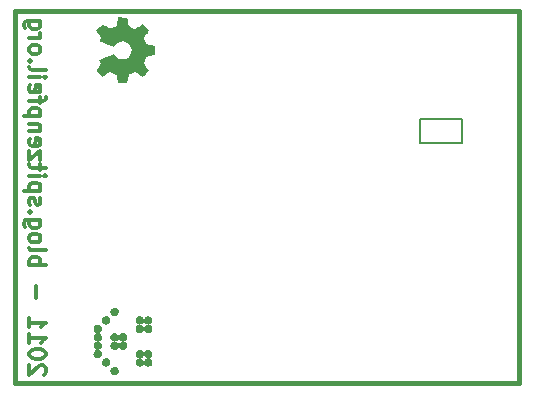
<source format=gbo>
G04 (created by PCBNEW-RS274X (2011-07-08)-stable) date Fri 07 Oct 2011 01:39:22 PM CEST*
G01*
G70*
G90*
%MOIN*%
G04 Gerber Fmt 3.4, Leading zero omitted, Abs format*
%FSLAX34Y34*%
G04 APERTURE LIST*
%ADD10C,0.006000*%
%ADD11C,0.015000*%
%ADD12C,0.012000*%
%ADD13C,0.000100*%
%ADD14C,0.008000*%
%ADD15R,0.055000X0.055000*%
%ADD16C,0.055000*%
%ADD17R,0.040000X0.040000*%
%ADD18C,0.060000*%
%ADD19R,0.062000X0.090000*%
%ADD20O,0.062000X0.090000*%
G04 APERTURE END LIST*
G54D10*
G54D11*
X58500Y-29800D02*
X41700Y-29800D01*
X41700Y-17400D02*
X58500Y-17400D01*
X58500Y-29800D02*
X58500Y-17400D01*
G54D12*
X42675Y-29506D02*
X42701Y-29480D01*
X42727Y-29428D01*
X42727Y-29297D01*
X42701Y-29244D01*
X42675Y-29218D01*
X42623Y-29192D01*
X42570Y-29192D01*
X42492Y-29218D01*
X42177Y-29532D01*
X42177Y-29192D01*
X42727Y-28851D02*
X42727Y-28799D01*
X42701Y-28747D01*
X42675Y-28720D01*
X42623Y-28694D01*
X42518Y-28668D01*
X42387Y-28668D01*
X42282Y-28694D01*
X42230Y-28720D01*
X42204Y-28747D01*
X42177Y-28799D01*
X42177Y-28851D01*
X42204Y-28904D01*
X42230Y-28930D01*
X42282Y-28956D01*
X42387Y-28982D01*
X42518Y-28982D01*
X42623Y-28956D01*
X42675Y-28930D01*
X42701Y-28904D01*
X42727Y-28851D01*
X42177Y-28144D02*
X42177Y-28458D01*
X42177Y-28301D02*
X42727Y-28301D01*
X42649Y-28353D01*
X42596Y-28406D01*
X42570Y-28458D01*
X42177Y-27620D02*
X42177Y-27934D01*
X42177Y-27777D02*
X42727Y-27777D01*
X42649Y-27829D01*
X42596Y-27882D01*
X42570Y-27934D01*
X42387Y-26965D02*
X42387Y-26546D01*
X42177Y-25865D02*
X42727Y-25865D01*
X42518Y-25865D02*
X42544Y-25813D01*
X42544Y-25708D01*
X42518Y-25656D01*
X42492Y-25629D01*
X42439Y-25603D01*
X42282Y-25603D01*
X42230Y-25629D01*
X42204Y-25656D01*
X42177Y-25708D01*
X42177Y-25813D01*
X42204Y-25865D01*
X42177Y-25288D02*
X42204Y-25341D01*
X42256Y-25367D01*
X42727Y-25367D01*
X42177Y-25000D02*
X42204Y-25053D01*
X42230Y-25079D01*
X42282Y-25105D01*
X42439Y-25105D01*
X42492Y-25079D01*
X42518Y-25053D01*
X42544Y-25000D01*
X42544Y-24922D01*
X42518Y-24870D01*
X42492Y-24843D01*
X42439Y-24817D01*
X42282Y-24817D01*
X42230Y-24843D01*
X42204Y-24870D01*
X42177Y-24922D01*
X42177Y-25000D01*
X42544Y-24345D02*
X42099Y-24345D01*
X42046Y-24372D01*
X42020Y-24398D01*
X41994Y-24450D01*
X41994Y-24529D01*
X42020Y-24581D01*
X42204Y-24345D02*
X42177Y-24398D01*
X42177Y-24502D01*
X42204Y-24555D01*
X42230Y-24581D01*
X42282Y-24607D01*
X42439Y-24607D01*
X42492Y-24581D01*
X42518Y-24555D01*
X42544Y-24502D01*
X42544Y-24398D01*
X42518Y-24345D01*
X42230Y-24083D02*
X42204Y-24057D01*
X42177Y-24083D01*
X42204Y-24109D01*
X42230Y-24083D01*
X42177Y-24083D01*
X42204Y-23847D02*
X42177Y-23795D01*
X42177Y-23690D01*
X42204Y-23638D01*
X42256Y-23612D01*
X42282Y-23612D01*
X42335Y-23638D01*
X42361Y-23690D01*
X42361Y-23769D01*
X42387Y-23821D01*
X42439Y-23847D01*
X42465Y-23847D01*
X42518Y-23821D01*
X42544Y-23769D01*
X42544Y-23690D01*
X42518Y-23638D01*
X42544Y-23376D02*
X41994Y-23376D01*
X42518Y-23376D02*
X42544Y-23324D01*
X42544Y-23219D01*
X42518Y-23167D01*
X42492Y-23140D01*
X42439Y-23114D01*
X42282Y-23114D01*
X42230Y-23140D01*
X42204Y-23167D01*
X42177Y-23219D01*
X42177Y-23324D01*
X42204Y-23376D01*
X42177Y-22878D02*
X42544Y-22878D01*
X42727Y-22878D02*
X42701Y-22904D01*
X42675Y-22878D01*
X42701Y-22852D01*
X42727Y-22878D01*
X42675Y-22878D01*
X42544Y-22695D02*
X42544Y-22485D01*
X42727Y-22616D02*
X42256Y-22616D01*
X42204Y-22590D01*
X42177Y-22537D01*
X42177Y-22485D01*
X42544Y-22354D02*
X42544Y-22066D01*
X42177Y-22354D01*
X42177Y-22066D01*
X42204Y-21648D02*
X42177Y-21700D01*
X42177Y-21805D01*
X42204Y-21857D01*
X42256Y-21883D01*
X42465Y-21883D01*
X42518Y-21857D01*
X42544Y-21805D01*
X42544Y-21700D01*
X42518Y-21648D01*
X42465Y-21621D01*
X42413Y-21621D01*
X42361Y-21883D01*
X42544Y-21386D02*
X42177Y-21386D01*
X42492Y-21386D02*
X42518Y-21360D01*
X42544Y-21307D01*
X42544Y-21229D01*
X42518Y-21177D01*
X42465Y-21150D01*
X42177Y-21150D01*
X42544Y-20888D02*
X41994Y-20888D01*
X42518Y-20888D02*
X42544Y-20836D01*
X42544Y-20731D01*
X42518Y-20679D01*
X42492Y-20652D01*
X42439Y-20626D01*
X42282Y-20626D01*
X42230Y-20652D01*
X42204Y-20679D01*
X42177Y-20731D01*
X42177Y-20836D01*
X42204Y-20888D01*
X42544Y-20469D02*
X42544Y-20259D01*
X42177Y-20390D02*
X42649Y-20390D01*
X42701Y-20364D01*
X42727Y-20311D01*
X42727Y-20259D01*
X42204Y-19867D02*
X42177Y-19919D01*
X42177Y-20024D01*
X42204Y-20076D01*
X42256Y-20102D01*
X42465Y-20102D01*
X42518Y-20076D01*
X42544Y-20024D01*
X42544Y-19919D01*
X42518Y-19867D01*
X42465Y-19840D01*
X42413Y-19840D01*
X42361Y-20102D01*
X42177Y-19605D02*
X42544Y-19605D01*
X42727Y-19605D02*
X42701Y-19631D01*
X42675Y-19605D01*
X42701Y-19579D01*
X42727Y-19605D01*
X42675Y-19605D01*
X42177Y-19264D02*
X42204Y-19317D01*
X42256Y-19343D01*
X42727Y-19343D01*
X42230Y-19055D02*
X42204Y-19029D01*
X42177Y-19055D01*
X42204Y-19081D01*
X42230Y-19055D01*
X42177Y-19055D01*
X42177Y-18714D02*
X42204Y-18767D01*
X42230Y-18793D01*
X42282Y-18819D01*
X42439Y-18819D01*
X42492Y-18793D01*
X42518Y-18767D01*
X42544Y-18714D01*
X42544Y-18636D01*
X42518Y-18584D01*
X42492Y-18557D01*
X42439Y-18531D01*
X42282Y-18531D01*
X42230Y-18557D01*
X42204Y-18584D01*
X42177Y-18636D01*
X42177Y-18714D01*
X42177Y-18295D02*
X42544Y-18295D01*
X42439Y-18295D02*
X42492Y-18269D01*
X42518Y-18243D01*
X42544Y-18190D01*
X42544Y-18138D01*
X42544Y-17719D02*
X42099Y-17719D01*
X42046Y-17746D01*
X42020Y-17772D01*
X41994Y-17824D01*
X41994Y-17903D01*
X42020Y-17955D01*
X42204Y-17719D02*
X42177Y-17772D01*
X42177Y-17876D01*
X42204Y-17929D01*
X42230Y-17955D01*
X42282Y-17981D01*
X42439Y-17981D01*
X42492Y-17955D01*
X42518Y-17929D01*
X42544Y-17876D01*
X42544Y-17772D01*
X42518Y-17719D01*
G54D11*
X41700Y-17400D02*
X41700Y-29800D01*
G54D13*
G36*
X44317Y-28824D02*
X44321Y-28852D01*
X44330Y-28879D01*
X44336Y-28890D01*
X44352Y-28914D01*
X44373Y-28933D01*
X44397Y-28947D01*
X44422Y-28957D01*
X44450Y-28961D01*
X44477Y-28960D01*
X44505Y-28953D01*
X44531Y-28941D01*
X44543Y-28933D01*
X44556Y-28921D01*
X44568Y-28908D01*
X44577Y-28896D01*
X44579Y-28892D01*
X44590Y-28868D01*
X44596Y-28843D01*
X44597Y-28815D01*
X44597Y-28806D01*
X44595Y-28790D01*
X44591Y-28776D01*
X44585Y-28762D01*
X44576Y-28746D01*
X44558Y-28723D01*
X44536Y-28704D01*
X44510Y-28690D01*
X44498Y-28686D01*
X44484Y-28683D01*
X44473Y-28681D01*
X44472Y-28681D01*
X44471Y-28680D01*
X44477Y-28679D01*
X44478Y-28679D01*
X44496Y-28675D01*
X44515Y-28668D01*
X44531Y-28660D01*
X44552Y-28644D01*
X44571Y-28623D01*
X44586Y-28598D01*
X44595Y-28570D01*
X44598Y-28541D01*
X44598Y-28533D01*
X44595Y-28511D01*
X44589Y-28490D01*
X44587Y-28485D01*
X44574Y-28462D01*
X44557Y-28441D01*
X44536Y-28423D01*
X44512Y-28410D01*
X44487Y-28403D01*
X44486Y-28402D01*
X44479Y-28401D01*
X44476Y-28400D01*
X44476Y-28400D01*
X44480Y-28399D01*
X44487Y-28397D01*
X44490Y-28397D01*
X44514Y-28389D01*
X44538Y-28375D01*
X44559Y-28357D01*
X44573Y-28340D01*
X44587Y-28316D01*
X44595Y-28289D01*
X44598Y-28259D01*
X44596Y-28238D01*
X44589Y-28210D01*
X44577Y-28185D01*
X44559Y-28162D01*
X44536Y-28144D01*
X44533Y-28142D01*
X44523Y-28135D01*
X44514Y-28131D01*
X44507Y-28129D01*
X44495Y-28125D01*
X44483Y-28122D01*
X44473Y-28120D01*
X44472Y-28120D01*
X44472Y-28120D01*
X44478Y-28119D01*
X44493Y-28115D01*
X44512Y-28108D01*
X44529Y-28100D01*
X44552Y-28083D01*
X44571Y-28062D01*
X44586Y-28037D01*
X44595Y-28009D01*
X44598Y-27980D01*
X44596Y-27954D01*
X44588Y-27926D01*
X44575Y-27901D01*
X44555Y-27879D01*
X44543Y-27868D01*
X44527Y-27857D01*
X44510Y-27849D01*
X44495Y-27844D01*
X44467Y-27839D01*
X44439Y-27840D01*
X44413Y-27846D01*
X44389Y-27857D01*
X44367Y-27872D01*
X44348Y-27891D01*
X44333Y-27914D01*
X44323Y-27940D01*
X44318Y-27968D01*
X44318Y-27971D01*
X44319Y-28000D01*
X44325Y-28026D01*
X44338Y-28052D01*
X44344Y-28061D01*
X44360Y-28080D01*
X44380Y-28096D01*
X44401Y-28108D01*
X44409Y-28111D01*
X44421Y-28115D01*
X44433Y-28118D01*
X44443Y-28119D01*
X44448Y-28119D01*
X44443Y-28120D01*
X44439Y-28121D01*
X44426Y-28123D01*
X44412Y-28127D01*
X44400Y-28132D01*
X44387Y-28138D01*
X44364Y-28156D01*
X44345Y-28177D01*
X44330Y-28202D01*
X44320Y-28230D01*
X44319Y-28235D01*
X44318Y-28254D01*
X44318Y-28274D01*
X44321Y-28293D01*
X44327Y-28311D01*
X44341Y-28338D01*
X44360Y-28361D01*
X44361Y-28362D01*
X44382Y-28378D01*
X44405Y-28390D01*
X44429Y-28398D01*
X44430Y-28398D01*
X44437Y-28399D01*
X44439Y-28400D01*
X44437Y-28401D01*
X44431Y-28402D01*
X44429Y-28402D01*
X44415Y-28406D01*
X44399Y-28412D01*
X44384Y-28420D01*
X44367Y-28433D01*
X44347Y-28454D01*
X44331Y-28479D01*
X44321Y-28507D01*
X44320Y-28512D01*
X44318Y-28531D01*
X44318Y-28551D01*
X44320Y-28569D01*
X44325Y-28585D01*
X44337Y-28611D01*
X44354Y-28634D01*
X44375Y-28654D01*
X44400Y-28668D01*
X44408Y-28671D01*
X44421Y-28675D01*
X44433Y-28678D01*
X44443Y-28680D01*
X44444Y-28680D01*
X44444Y-28680D01*
X44439Y-28681D01*
X44438Y-28681D01*
X44420Y-28686D01*
X44401Y-28693D01*
X44385Y-28701D01*
X44379Y-28705D01*
X44358Y-28723D01*
X44340Y-28745D01*
X44327Y-28769D01*
X44320Y-28796D01*
X44317Y-28824D01*
X44317Y-28824D01*
G37*
G36*
X44598Y-27689D02*
X44599Y-27706D01*
X44600Y-27723D01*
X44605Y-27741D01*
X44617Y-27768D01*
X44633Y-27791D01*
X44654Y-27811D01*
X44679Y-27825D01*
X44705Y-27835D01*
X44734Y-27839D01*
X44762Y-27837D01*
X44789Y-27829D01*
X44814Y-27817D01*
X44837Y-27799D01*
X44855Y-27776D01*
X44860Y-27769D01*
X44872Y-27742D01*
X44879Y-27714D01*
X44879Y-27685D01*
X44873Y-27656D01*
X44863Y-27633D01*
X44847Y-27609D01*
X44826Y-27588D01*
X44801Y-27572D01*
X44773Y-27562D01*
X44759Y-27559D01*
X44741Y-27558D01*
X44723Y-27559D01*
X44708Y-27561D01*
X44702Y-27562D01*
X44674Y-27573D01*
X44649Y-27590D01*
X44629Y-27611D01*
X44612Y-27637D01*
X44607Y-27649D01*
X44602Y-27665D01*
X44599Y-27680D01*
X44598Y-27689D01*
X44598Y-27689D01*
G37*
G36*
X44598Y-29105D02*
X44602Y-29134D01*
X44612Y-29162D01*
X44628Y-29188D01*
X44632Y-29193D01*
X44652Y-29213D01*
X44677Y-29228D01*
X44704Y-29238D01*
X44719Y-29241D01*
X44737Y-29242D01*
X44755Y-29241D01*
X44770Y-29239D01*
X44776Y-29237D01*
X44804Y-29226D01*
X44828Y-29210D01*
X44848Y-29190D01*
X44864Y-29166D01*
X44874Y-29139D01*
X44879Y-29109D01*
X44879Y-29099D01*
X44876Y-29070D01*
X44867Y-29044D01*
X44853Y-29020D01*
X44835Y-29000D01*
X44813Y-28983D01*
X44789Y-28971D01*
X44762Y-28963D01*
X44732Y-28962D01*
X44715Y-28963D01*
X44700Y-28967D01*
X44683Y-28973D01*
X44662Y-28984D01*
X44640Y-29002D01*
X44622Y-29024D01*
X44608Y-29049D01*
X44600Y-29076D01*
X44598Y-29105D01*
X44598Y-29105D01*
G37*
G36*
X44880Y-27410D02*
X44880Y-27429D01*
X44882Y-27447D01*
X44888Y-27467D01*
X44901Y-27493D01*
X44920Y-27516D01*
X44938Y-27531D01*
X44962Y-27546D01*
X44989Y-27555D01*
X45001Y-27557D01*
X45017Y-27558D01*
X45034Y-27557D01*
X45049Y-27555D01*
X45057Y-27553D01*
X45085Y-27542D01*
X45109Y-27526D01*
X45130Y-27505D01*
X45145Y-27479D01*
X45150Y-27470D01*
X45156Y-27452D01*
X45159Y-27434D01*
X45159Y-27412D01*
X45158Y-27399D01*
X45156Y-27384D01*
X45152Y-27370D01*
X45145Y-27355D01*
X45141Y-27346D01*
X45123Y-27322D01*
X45101Y-27303D01*
X45076Y-27288D01*
X45047Y-27279D01*
X45041Y-27278D01*
X45024Y-27277D01*
X45007Y-27278D01*
X44992Y-27279D01*
X44982Y-27282D01*
X44954Y-27293D01*
X44930Y-27309D01*
X44910Y-27329D01*
X44894Y-27354D01*
X44883Y-27383D01*
X44882Y-27391D01*
X44880Y-27410D01*
X44880Y-27410D01*
G37*
G36*
X44879Y-28536D02*
X44881Y-28565D01*
X44889Y-28591D01*
X44896Y-28607D01*
X44913Y-28631D01*
X44934Y-28651D01*
X44958Y-28666D01*
X44986Y-28676D01*
X44991Y-28677D01*
X45014Y-28681D01*
X45036Y-28680D01*
X45060Y-28674D01*
X45088Y-28663D01*
X45111Y-28646D01*
X45131Y-28625D01*
X45146Y-28600D01*
X45156Y-28572D01*
X45161Y-28554D01*
X45162Y-28563D01*
X45162Y-28566D01*
X45168Y-28586D01*
X45177Y-28607D01*
X45190Y-28626D01*
X45192Y-28629D01*
X45213Y-28650D01*
X45236Y-28665D01*
X45262Y-28675D01*
X45290Y-28680D01*
X45317Y-28679D01*
X45345Y-28673D01*
X45371Y-28661D01*
X45372Y-28660D01*
X45395Y-28643D01*
X45414Y-28622D01*
X45427Y-28598D01*
X45436Y-28572D01*
X45440Y-28545D01*
X45438Y-28518D01*
X45431Y-28492D01*
X45419Y-28466D01*
X45402Y-28443D01*
X45388Y-28431D01*
X45368Y-28417D01*
X45346Y-28407D01*
X45325Y-28402D01*
X45320Y-28401D01*
X45317Y-28400D01*
X45319Y-28399D01*
X45325Y-28398D01*
X45344Y-28394D01*
X45364Y-28385D01*
X45383Y-28373D01*
X45392Y-28366D01*
X45411Y-28345D01*
X45426Y-28321D01*
X45436Y-28294D01*
X45440Y-28265D01*
X45438Y-28236D01*
X45434Y-28219D01*
X45422Y-28192D01*
X45406Y-28169D01*
X45385Y-28149D01*
X45361Y-28134D01*
X45333Y-28124D01*
X45319Y-28121D01*
X45291Y-28120D01*
X45263Y-28125D01*
X45236Y-28135D01*
X45213Y-28151D01*
X45192Y-28171D01*
X45176Y-28196D01*
X45171Y-28207D01*
X45166Y-28220D01*
X45163Y-28232D01*
X45161Y-28241D01*
X45161Y-28242D01*
X45160Y-28242D01*
X45159Y-28236D01*
X45155Y-28222D01*
X45148Y-28203D01*
X45140Y-28187D01*
X45134Y-28178D01*
X45117Y-28160D01*
X45097Y-28143D01*
X45076Y-28131D01*
X45053Y-28124D01*
X45028Y-28120D01*
X45003Y-28120D01*
X44998Y-28121D01*
X44969Y-28129D01*
X44944Y-28142D01*
X44920Y-28161D01*
X44907Y-28177D01*
X44891Y-28202D01*
X44882Y-28230D01*
X44881Y-28241D01*
X44880Y-28256D01*
X44881Y-28272D01*
X44882Y-28287D01*
X44884Y-28298D01*
X44887Y-28307D01*
X44901Y-28335D01*
X44919Y-28358D01*
X44942Y-28377D01*
X44953Y-28384D01*
X44972Y-28392D01*
X44990Y-28398D01*
X44992Y-28398D01*
X44998Y-28399D01*
X45001Y-28400D01*
X45001Y-28400D01*
X45038Y-28400D01*
X45038Y-28400D01*
X45042Y-28399D01*
X45049Y-28398D01*
X45051Y-28397D01*
X45076Y-28389D01*
X45099Y-28375D01*
X45120Y-28357D01*
X45138Y-28336D01*
X45150Y-28312D01*
X45151Y-28311D01*
X45155Y-28298D01*
X45158Y-28287D01*
X45160Y-28274D01*
X45162Y-28286D01*
X45166Y-28303D01*
X45178Y-28328D01*
X45194Y-28351D01*
X45214Y-28370D01*
X45236Y-28385D01*
X45248Y-28391D01*
X45263Y-28396D01*
X45275Y-28398D01*
X45280Y-28399D01*
X45283Y-28400D01*
X45281Y-28401D01*
X45275Y-28402D01*
X45264Y-28404D01*
X45250Y-28409D01*
X45236Y-28415D01*
X45222Y-28423D01*
X45201Y-28441D01*
X45183Y-28463D01*
X45170Y-28488D01*
X45162Y-28514D01*
X45160Y-28527D01*
X45158Y-28514D01*
X45157Y-28512D01*
X45154Y-28500D01*
X45150Y-28488D01*
X45149Y-28485D01*
X45136Y-28462D01*
X45119Y-28441D01*
X45097Y-28423D01*
X45074Y-28410D01*
X45049Y-28403D01*
X45048Y-28402D01*
X45041Y-28401D01*
X45038Y-28400D01*
X45001Y-28400D01*
X45001Y-28400D01*
X44998Y-28401D01*
X44990Y-28402D01*
X44972Y-28407D01*
X44947Y-28419D01*
X44925Y-28436D01*
X44906Y-28457D01*
X44892Y-28482D01*
X44892Y-28482D01*
X44883Y-28508D01*
X44879Y-28536D01*
X44879Y-28536D01*
G37*
G36*
X44880Y-29372D02*
X44880Y-29395D01*
X44883Y-29416D01*
X44887Y-29429D01*
X44900Y-29456D01*
X44917Y-29479D01*
X44938Y-29497D01*
X44963Y-29511D01*
X44990Y-29520D01*
X45020Y-29523D01*
X45031Y-29523D01*
X45060Y-29517D01*
X45087Y-29506D01*
X45112Y-29489D01*
X45118Y-29484D01*
X45134Y-29464D01*
X45148Y-29440D01*
X45156Y-29415D01*
X45156Y-29415D01*
X45159Y-29394D01*
X45159Y-29371D01*
X45156Y-29350D01*
X45154Y-29342D01*
X45143Y-29316D01*
X45127Y-29292D01*
X45108Y-29273D01*
X45085Y-29258D01*
X45059Y-29248D01*
X45032Y-29243D01*
X45004Y-29243D01*
X44975Y-29249D01*
X44954Y-29259D01*
X44930Y-29275D01*
X44909Y-29296D01*
X44894Y-29320D01*
X44884Y-29347D01*
X44883Y-29351D01*
X44880Y-29372D01*
X44880Y-29372D01*
G37*
G36*
X45721Y-27984D02*
X45724Y-28011D01*
X45734Y-28038D01*
X45740Y-28051D01*
X45749Y-28064D01*
X45761Y-28077D01*
X45777Y-28091D01*
X45800Y-28106D01*
X45828Y-28116D01*
X45835Y-28117D01*
X45854Y-28119D01*
X45874Y-28119D01*
X45891Y-28117D01*
X45914Y-28109D01*
X45939Y-28096D01*
X45960Y-28079D01*
X45963Y-28076D01*
X45973Y-28063D01*
X45983Y-28048D01*
X45991Y-28034D01*
X45993Y-28029D01*
X45996Y-28018D01*
X45999Y-28006D01*
X46001Y-27998D01*
X46001Y-27993D01*
X46002Y-27998D01*
X46004Y-28005D01*
X46006Y-28014D01*
X46009Y-28024D01*
X46019Y-28045D01*
X46032Y-28066D01*
X46047Y-28083D01*
X46050Y-28085D01*
X46074Y-28102D01*
X46101Y-28114D01*
X46129Y-28119D01*
X46157Y-28119D01*
X46164Y-28118D01*
X46193Y-28110D01*
X46218Y-28097D01*
X46241Y-28078D01*
X46256Y-28061D01*
X46271Y-28037D01*
X46280Y-28009D01*
X46281Y-28004D01*
X46282Y-27985D01*
X46282Y-27965D01*
X46279Y-27947D01*
X46274Y-27931D01*
X46262Y-27905D01*
X46244Y-27883D01*
X46223Y-27864D01*
X46199Y-27850D01*
X46172Y-27842D01*
X46168Y-27841D01*
X46162Y-27839D01*
X46159Y-27838D01*
X46162Y-27837D01*
X46168Y-27837D01*
X46180Y-27834D01*
X46192Y-27829D01*
X46204Y-27824D01*
X46212Y-27820D01*
X46236Y-27803D01*
X46256Y-27781D01*
X46270Y-27757D01*
X46279Y-27729D01*
X46282Y-27699D01*
X46281Y-27676D01*
X46274Y-27649D01*
X46262Y-27624D01*
X46252Y-27610D01*
X46231Y-27590D01*
X46208Y-27574D01*
X46182Y-27563D01*
X46154Y-27558D01*
X46126Y-27559D01*
X46100Y-27565D01*
X46073Y-27576D01*
X46049Y-27593D01*
X46030Y-27614D01*
X46015Y-27640D01*
X46005Y-27669D01*
X46001Y-27684D01*
X46000Y-27675D01*
X45999Y-27669D01*
X45992Y-27647D01*
X45981Y-27625D01*
X45966Y-27604D01*
X45948Y-27588D01*
X45934Y-27578D01*
X45914Y-27568D01*
X45896Y-27562D01*
X45881Y-27559D01*
X45863Y-27558D01*
X45845Y-27559D01*
X45830Y-27561D01*
X45814Y-27566D01*
X45787Y-27579D01*
X45764Y-27597D01*
X45745Y-27619D01*
X45731Y-27645D01*
X45723Y-27675D01*
X45722Y-27682D01*
X45721Y-27699D01*
X45722Y-27717D01*
X45725Y-27733D01*
X45729Y-27745D01*
X45741Y-27771D01*
X45759Y-27794D01*
X45780Y-27813D01*
X45805Y-27827D01*
X45833Y-27836D01*
X45836Y-27837D01*
X45842Y-27838D01*
X45841Y-27839D01*
X45880Y-27839D01*
X45881Y-27838D01*
X45887Y-27836D01*
X45888Y-27836D01*
X45907Y-27831D01*
X45927Y-27822D01*
X45945Y-27811D01*
X45955Y-27802D01*
X45975Y-27781D01*
X45990Y-27755D01*
X45999Y-27727D01*
X46002Y-27713D01*
X46004Y-27723D01*
X46005Y-27731D01*
X46008Y-27740D01*
X46010Y-27746D01*
X46022Y-27771D01*
X46040Y-27794D01*
X46061Y-27813D01*
X46086Y-27827D01*
X46112Y-27836D01*
X46119Y-27837D01*
X46123Y-27839D01*
X46121Y-27840D01*
X46112Y-27842D01*
X46111Y-27842D01*
X46096Y-27846D01*
X46080Y-27853D01*
X46065Y-27862D01*
X46056Y-27869D01*
X46042Y-27882D01*
X46029Y-27896D01*
X46020Y-27909D01*
X46020Y-27910D01*
X46010Y-27932D01*
X46003Y-27955D01*
X46001Y-27964D01*
X46000Y-27953D01*
X45992Y-27928D01*
X45979Y-27903D01*
X45962Y-27881D01*
X45941Y-27863D01*
X45933Y-27858D01*
X45920Y-27852D01*
X45906Y-27846D01*
X45893Y-27842D01*
X45883Y-27840D01*
X45883Y-27840D01*
X45880Y-27839D01*
X45841Y-27839D01*
X45841Y-27840D01*
X45835Y-27841D01*
X45827Y-27843D01*
X45818Y-27845D01*
X45804Y-27851D01*
X45779Y-27865D01*
X45758Y-27883D01*
X45742Y-27905D01*
X45730Y-27930D01*
X45723Y-27956D01*
X45721Y-27984D01*
X45721Y-27984D01*
G37*
G36*
X45721Y-28828D02*
X45725Y-28856D01*
X45735Y-28882D01*
X45750Y-28906D01*
X45769Y-28926D01*
X45792Y-28943D01*
X45818Y-28955D01*
X45827Y-28957D01*
X45835Y-28959D01*
X45837Y-28959D01*
X45842Y-28961D01*
X45842Y-28961D01*
X45881Y-28961D01*
X45885Y-28960D01*
X45895Y-28957D01*
X45911Y-28952D01*
X45936Y-28940D01*
X45958Y-28923D01*
X45976Y-28901D01*
X45990Y-28876D01*
X45999Y-28849D01*
X46002Y-28836D01*
X46004Y-28845D01*
X46004Y-28846D01*
X46010Y-28869D01*
X46020Y-28891D01*
X46026Y-28900D01*
X46038Y-28914D01*
X46051Y-28927D01*
X46065Y-28938D01*
X46077Y-28945D01*
X46095Y-28953D01*
X46112Y-28958D01*
X46119Y-28960D01*
X46123Y-28961D01*
X46121Y-28962D01*
X46112Y-28964D01*
X46094Y-28970D01*
X46068Y-28982D01*
X46045Y-29001D01*
X46027Y-29022D01*
X46012Y-29048D01*
X46004Y-29077D01*
X46002Y-29087D01*
X45999Y-29073D01*
X45996Y-29060D01*
X45984Y-29033D01*
X45967Y-29009D01*
X45945Y-28989D01*
X45937Y-28983D01*
X45924Y-28976D01*
X45909Y-28970D01*
X45899Y-28966D01*
X45888Y-28964D01*
X45888Y-28964D01*
X45882Y-28962D01*
X45881Y-28961D01*
X45842Y-28961D01*
X45841Y-28962D01*
X45834Y-28964D01*
X45824Y-28966D01*
X45803Y-28974D01*
X45783Y-28985D01*
X45772Y-28993D01*
X45751Y-29014D01*
X45736Y-29039D01*
X45725Y-29067D01*
X45723Y-29080D01*
X45721Y-29099D01*
X45722Y-29119D01*
X45725Y-29136D01*
X45725Y-29138D01*
X45737Y-29166D01*
X45753Y-29191D01*
X45774Y-29212D01*
X45798Y-29227D01*
X45827Y-29238D01*
X45839Y-29241D01*
X45859Y-29242D01*
X45879Y-29241D01*
X45896Y-29238D01*
X45911Y-29233D01*
X45931Y-29223D01*
X45948Y-29212D01*
X45962Y-29199D01*
X45976Y-29182D01*
X45987Y-29164D01*
X45990Y-29157D01*
X45995Y-29144D01*
X45999Y-29131D01*
X46001Y-29121D01*
X46001Y-29120D01*
X46002Y-29123D01*
X46005Y-29131D01*
X46010Y-29148D01*
X46017Y-29166D01*
X46026Y-29181D01*
X46028Y-29184D01*
X46045Y-29203D01*
X46065Y-29219D01*
X46086Y-29231D01*
X46096Y-29235D01*
X46124Y-29241D01*
X46153Y-29242D01*
X46181Y-29237D01*
X46187Y-29235D01*
X46213Y-29223D01*
X46236Y-29206D01*
X46255Y-29184D01*
X46270Y-29159D01*
X46280Y-29132D01*
X46280Y-29128D01*
X46282Y-29108D01*
X46282Y-29088D01*
X46279Y-29069D01*
X46278Y-29065D01*
X46267Y-29037D01*
X46251Y-29012D01*
X46230Y-28992D01*
X46204Y-28976D01*
X46196Y-28972D01*
X46183Y-28967D01*
X46171Y-28964D01*
X46162Y-28963D01*
X46161Y-28963D01*
X46159Y-28962D01*
X46163Y-28960D01*
X46171Y-28958D01*
X46191Y-28953D01*
X46215Y-28941D01*
X46237Y-28924D01*
X46256Y-28903D01*
X46270Y-28879D01*
X46270Y-28878D01*
X46279Y-28852D01*
X46282Y-28824D01*
X46280Y-28796D01*
X46273Y-28769D01*
X46266Y-28754D01*
X46249Y-28730D01*
X46228Y-28710D01*
X46204Y-28694D01*
X46176Y-28685D01*
X46170Y-28683D01*
X46148Y-28680D01*
X46126Y-28681D01*
X46100Y-28687D01*
X46073Y-28699D01*
X46049Y-28715D01*
X46030Y-28737D01*
X46015Y-28762D01*
X46005Y-28791D01*
X46003Y-28797D01*
X46001Y-28802D01*
X46001Y-28802D01*
X46000Y-28793D01*
X45995Y-28777D01*
X45988Y-28760D01*
X45978Y-28744D01*
X45966Y-28728D01*
X45945Y-28708D01*
X45919Y-28693D01*
X45915Y-28691D01*
X45888Y-28683D01*
X45859Y-28680D01*
X45830Y-28684D01*
X45803Y-28693D01*
X45790Y-28699D01*
X45777Y-28708D01*
X45764Y-28720D01*
X45763Y-28721D01*
X45744Y-28744D01*
X45731Y-28769D01*
X45723Y-28797D01*
X45722Y-28800D01*
X45721Y-28828D01*
X45721Y-28828D01*
G37*
G36*
X44416Y-18036D02*
X44422Y-18048D01*
X44438Y-18073D01*
X44462Y-18110D01*
X44491Y-18153D01*
X44521Y-18197D01*
X44545Y-18232D01*
X44561Y-18257D01*
X44566Y-18268D01*
X44564Y-18273D01*
X44554Y-18294D01*
X44539Y-18324D01*
X44530Y-18341D01*
X44518Y-18369D01*
X44516Y-18382D01*
X44519Y-18385D01*
X44540Y-18395D01*
X44576Y-18410D01*
X44624Y-18431D01*
X44679Y-18455D01*
X44739Y-18480D01*
X44800Y-18506D01*
X44859Y-18530D01*
X44911Y-18551D01*
X44954Y-18568D01*
X44983Y-18580D01*
X44996Y-18584D01*
X44999Y-18583D01*
X45012Y-18569D01*
X45030Y-18545D01*
X45072Y-18493D01*
X45136Y-18442D01*
X45209Y-18411D01*
X45289Y-18400D01*
X45364Y-18409D01*
X45436Y-18439D01*
X45500Y-18489D01*
X45548Y-18549D01*
X45579Y-18620D01*
X45588Y-18700D01*
X45580Y-18776D01*
X45551Y-18849D01*
X45502Y-18914D01*
X45470Y-18941D01*
X45405Y-18979D01*
X45335Y-19000D01*
X45317Y-19003D01*
X45240Y-18999D01*
X45167Y-18977D01*
X45101Y-18936D01*
X45047Y-18880D01*
X45041Y-18873D01*
X45022Y-18846D01*
X45008Y-18829D01*
X44997Y-18815D01*
X44761Y-18913D01*
X44724Y-18929D01*
X44659Y-18956D01*
X44604Y-18979D01*
X44560Y-18998D01*
X44530Y-19011D01*
X44518Y-19017D01*
X44518Y-19018D01*
X44516Y-19026D01*
X44523Y-19044D01*
X44539Y-19077D01*
X44550Y-19099D01*
X44562Y-19124D01*
X44566Y-19135D01*
X44561Y-19145D01*
X44546Y-19169D01*
X44522Y-19204D01*
X44493Y-19246D01*
X44466Y-19286D01*
X44442Y-19323D01*
X44425Y-19350D01*
X44418Y-19363D01*
X44418Y-19365D01*
X44424Y-19377D01*
X44442Y-19398D01*
X44472Y-19430D01*
X44517Y-19476D01*
X44524Y-19483D01*
X44562Y-19520D01*
X44594Y-19550D01*
X44616Y-19571D01*
X44627Y-19578D01*
X44627Y-19578D01*
X44640Y-19571D01*
X44666Y-19554D01*
X44704Y-19530D01*
X44748Y-19500D01*
X44861Y-19422D01*
X44968Y-19465D01*
X45001Y-19478D01*
X45041Y-19495D01*
X45069Y-19507D01*
X45082Y-19513D01*
X45086Y-19525D01*
X45093Y-19554D01*
X45102Y-19597D01*
X45111Y-19648D01*
X45120Y-19696D01*
X45128Y-19739D01*
X45134Y-19771D01*
X45137Y-19785D01*
X45139Y-19789D01*
X45146Y-19791D01*
X45161Y-19793D01*
X45187Y-19794D01*
X45229Y-19795D01*
X45289Y-19795D01*
X45296Y-19795D01*
X45354Y-19794D01*
X45399Y-19793D01*
X45429Y-19792D01*
X45441Y-19790D01*
X45441Y-19790D01*
X45444Y-19776D01*
X45451Y-19745D01*
X45459Y-19702D01*
X45469Y-19650D01*
X45470Y-19646D01*
X45480Y-19595D01*
X45489Y-19551D01*
X45496Y-19521D01*
X45500Y-19508D01*
X45504Y-19505D01*
X45524Y-19495D01*
X45556Y-19480D01*
X45595Y-19463D01*
X45636Y-19446D01*
X45672Y-19431D01*
X45700Y-19421D01*
X45712Y-19418D01*
X45712Y-19419D01*
X45725Y-19426D01*
X45752Y-19444D01*
X45789Y-19469D01*
X45833Y-19500D01*
X45836Y-19502D01*
X45880Y-19532D01*
X45917Y-19556D01*
X45944Y-19572D01*
X45956Y-19578D01*
X45956Y-19578D01*
X45969Y-19568D01*
X45994Y-19546D01*
X46028Y-19514D01*
X46066Y-19475D01*
X46078Y-19463D01*
X46120Y-19421D01*
X46147Y-19391D01*
X46162Y-19373D01*
X46165Y-19364D01*
X46165Y-19363D01*
X46157Y-19350D01*
X46139Y-19323D01*
X46113Y-19285D01*
X46083Y-19241D01*
X46081Y-19238D01*
X46051Y-19194D01*
X46026Y-19157D01*
X46009Y-19131D01*
X46002Y-19120D01*
X46002Y-19118D01*
X46008Y-19100D01*
X46019Y-19069D01*
X46033Y-19031D01*
X46050Y-18990D01*
X46065Y-18954D01*
X46078Y-18926D01*
X46085Y-18913D01*
X46086Y-18913D01*
X46101Y-18908D01*
X46134Y-18900D01*
X46179Y-18891D01*
X46233Y-18881D01*
X46242Y-18879D01*
X46294Y-18869D01*
X46337Y-18861D01*
X46367Y-18855D01*
X46379Y-18852D01*
X46381Y-18844D01*
X46383Y-18819D01*
X46384Y-18780D01*
X46384Y-18733D01*
X46384Y-18684D01*
X46383Y-18635D01*
X46381Y-18594D01*
X46379Y-18564D01*
X46377Y-18552D01*
X46376Y-18552D01*
X46360Y-18547D01*
X46327Y-18540D01*
X46282Y-18531D01*
X46228Y-18520D01*
X46218Y-18518D01*
X46166Y-18509D01*
X46124Y-18500D01*
X46094Y-18494D01*
X46083Y-18490D01*
X46080Y-18486D01*
X46071Y-18464D01*
X46056Y-18429D01*
X46039Y-18386D01*
X45998Y-18286D01*
X46083Y-18163D01*
X46090Y-18151D01*
X46120Y-18107D01*
X46145Y-18071D01*
X46161Y-18046D01*
X46167Y-18035D01*
X46166Y-18034D01*
X46156Y-18022D01*
X46133Y-17998D01*
X46100Y-17964D01*
X46062Y-17926D01*
X46033Y-17897D01*
X45999Y-17863D01*
X45976Y-17842D01*
X45961Y-17830D01*
X45952Y-17826D01*
X45946Y-17827D01*
X45933Y-17835D01*
X45906Y-17853D01*
X45869Y-17878D01*
X45825Y-17908D01*
X45789Y-17933D01*
X45748Y-17959D01*
X45718Y-17977D01*
X45704Y-17983D01*
X45698Y-17981D01*
X45674Y-17973D01*
X45637Y-17958D01*
X45594Y-17940D01*
X45497Y-17897D01*
X45484Y-17833D01*
X45477Y-17794D01*
X45467Y-17740D01*
X45457Y-17689D01*
X45441Y-17608D01*
X45145Y-17605D01*
X45139Y-17617D01*
X45136Y-17629D01*
X45129Y-17659D01*
X45121Y-17702D01*
X45111Y-17752D01*
X45103Y-17795D01*
X45095Y-17839D01*
X45089Y-17870D01*
X45086Y-17884D01*
X45082Y-17887D01*
X45061Y-17898D01*
X45027Y-17913D01*
X44987Y-17930D01*
X44946Y-17948D01*
X44907Y-17963D01*
X44878Y-17974D01*
X44863Y-17978D01*
X44852Y-17972D01*
X44826Y-17955D01*
X44790Y-17931D01*
X44747Y-17902D01*
X44704Y-17873D01*
X44667Y-17848D01*
X44641Y-17831D01*
X44629Y-17823D01*
X44620Y-17827D01*
X44600Y-17844D01*
X44566Y-17877D01*
X44518Y-17925D01*
X44511Y-17933D01*
X44474Y-17971D01*
X44444Y-18004D01*
X44424Y-18026D01*
X44416Y-18036D01*
X44416Y-18036D01*
G37*
G54D14*
X56600Y-21800D02*
X55250Y-21800D01*
X55250Y-21800D02*
X55200Y-21800D01*
X55200Y-21800D02*
X55200Y-21000D01*
X55200Y-21000D02*
X56600Y-21000D01*
X56600Y-21000D02*
X56600Y-21800D01*
%LPC*%
G54D15*
X44300Y-20100D03*
G54D16*
X44300Y-21100D03*
X44300Y-22100D03*
X44300Y-23100D03*
X44300Y-24100D03*
X44300Y-25100D03*
X44300Y-26100D03*
X44300Y-27100D03*
G54D15*
X43300Y-20100D03*
G54D16*
X43300Y-21100D03*
X43300Y-22100D03*
X43300Y-23100D03*
X43300Y-24100D03*
X43300Y-25100D03*
X43300Y-26100D03*
X43300Y-27100D03*
G54D15*
X53300Y-20100D03*
G54D16*
X52300Y-20100D03*
X51300Y-20100D03*
X50300Y-20100D03*
X49300Y-20100D03*
X48300Y-20100D03*
X47300Y-20100D03*
X46300Y-20100D03*
G54D15*
X53300Y-27100D03*
G54D16*
X52300Y-27100D03*
X51300Y-27100D03*
X50300Y-27100D03*
X49300Y-27100D03*
X48300Y-27100D03*
X47300Y-27100D03*
X46300Y-27100D03*
G54D17*
X55625Y-21400D03*
X56175Y-21400D03*
G54D18*
X57200Y-24600D03*
X56200Y-23600D03*
X57200Y-22600D03*
G54D19*
X54100Y-22100D03*
G54D20*
X53100Y-22100D03*
X52100Y-22100D03*
X51100Y-22100D03*
X50100Y-22100D03*
X49100Y-22100D03*
X48100Y-22100D03*
X47100Y-22100D03*
X47100Y-25100D03*
X48100Y-25100D03*
X49100Y-25100D03*
X50100Y-25100D03*
X51100Y-25100D03*
X52100Y-25100D03*
X53100Y-25100D03*
X54100Y-25100D03*
M02*

</source>
